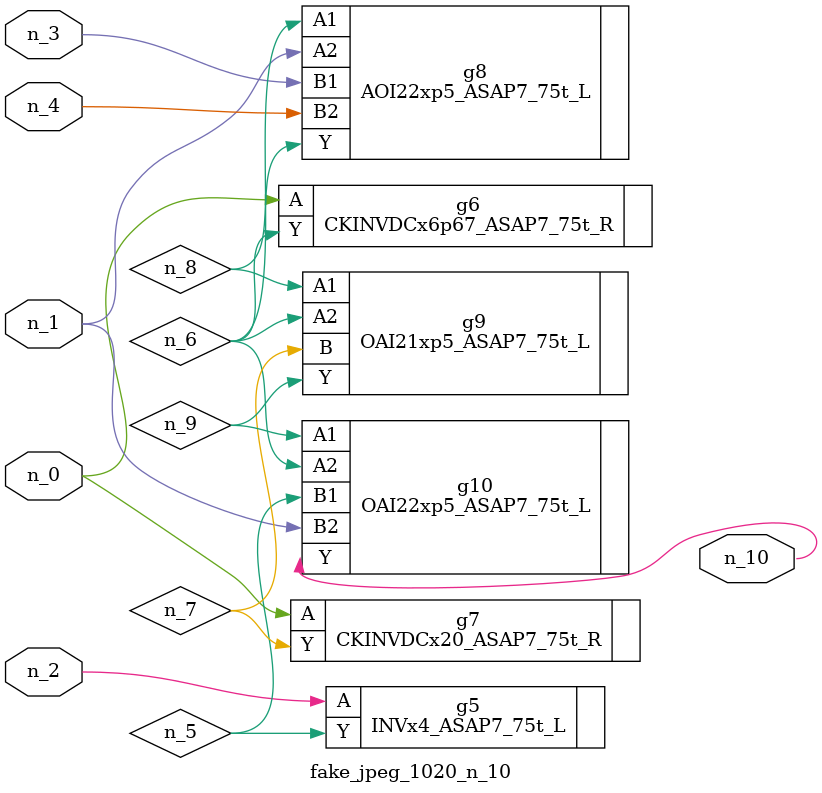
<source format=v>
module fake_jpeg_1020_n_10 (n_3, n_2, n_1, n_0, n_4, n_10);

input n_3;
input n_2;
input n_1;
input n_0;
input n_4;

output n_10;

wire n_8;
wire n_9;
wire n_6;
wire n_5;
wire n_7;

INVx4_ASAP7_75t_L g5 ( 
.A(n_2),
.Y(n_5)
);

CKINVDCx6p67_ASAP7_75t_R g6 ( 
.A(n_0),
.Y(n_6)
);

CKINVDCx20_ASAP7_75t_R g7 ( 
.A(n_0),
.Y(n_7)
);

AOI22xp5_ASAP7_75t_L g8 ( 
.A1(n_6),
.A2(n_1),
.B1(n_3),
.B2(n_4),
.Y(n_8)
);

OAI21xp5_ASAP7_75t_L g9 ( 
.A1(n_8),
.A2(n_6),
.B(n_7),
.Y(n_9)
);

OAI22xp5_ASAP7_75t_L g10 ( 
.A1(n_9),
.A2(n_6),
.B1(n_5),
.B2(n_1),
.Y(n_10)
);


endmodule
</source>
